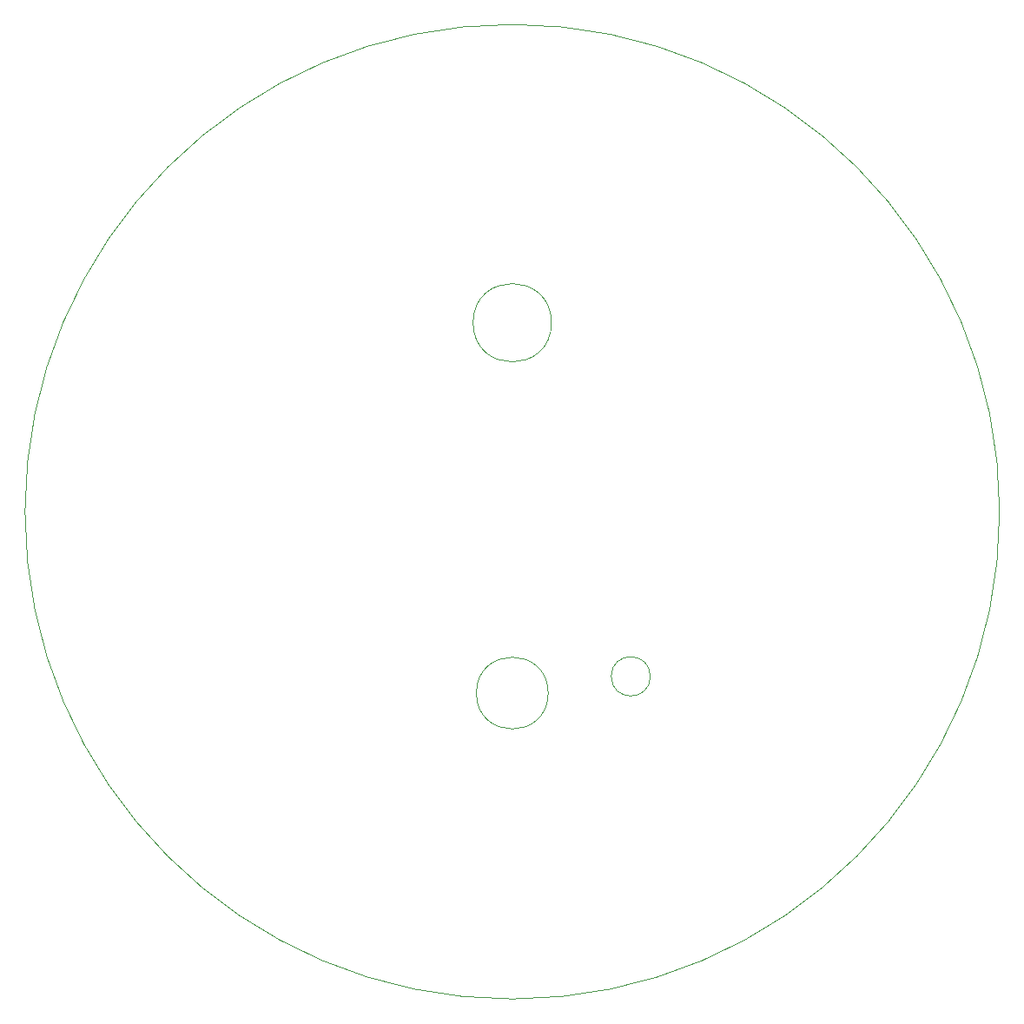
<source format=gbr>
%TF.GenerationSoftware,KiCad,Pcbnew,6.0.7*%
%TF.CreationDate,2023-06-12T17:52:21+12:00*%
%TF.ProjectId,panel,70616e65-6c2e-46b6-9963-61645f706362,rev?*%
%TF.SameCoordinates,Original*%
%TF.FileFunction,Profile,NP*%
%FSLAX46Y46*%
G04 Gerber Fmt 4.6, Leading zero omitted, Abs format (unit mm)*
G04 Created by KiCad (PCBNEW 6.0.7) date 2023-06-12 17:52:21*
%MOMM*%
%LPD*%
G01*
G04 APERTURE LIST*
%TA.AperFunction,Profile*%
%ADD10C,0.120000*%
%TD*%
G04 APERTURE END LIST*
D10*
X103500057Y-117680000D02*
G75*
G03*
X103500057Y-117680000I-3500057J0D01*
G01*
X103820995Y-81579006D02*
G75*
G03*
X103820995Y-81579006I-3820995J0D01*
G01*
X147500000Y-100000000D02*
G75*
G03*
X147500000Y-100000000I-47500000J0D01*
G01*
X113460497Y-116050000D02*
G75*
G03*
X113460497Y-116050000I-1910497J0D01*
G01*
M02*

</source>
